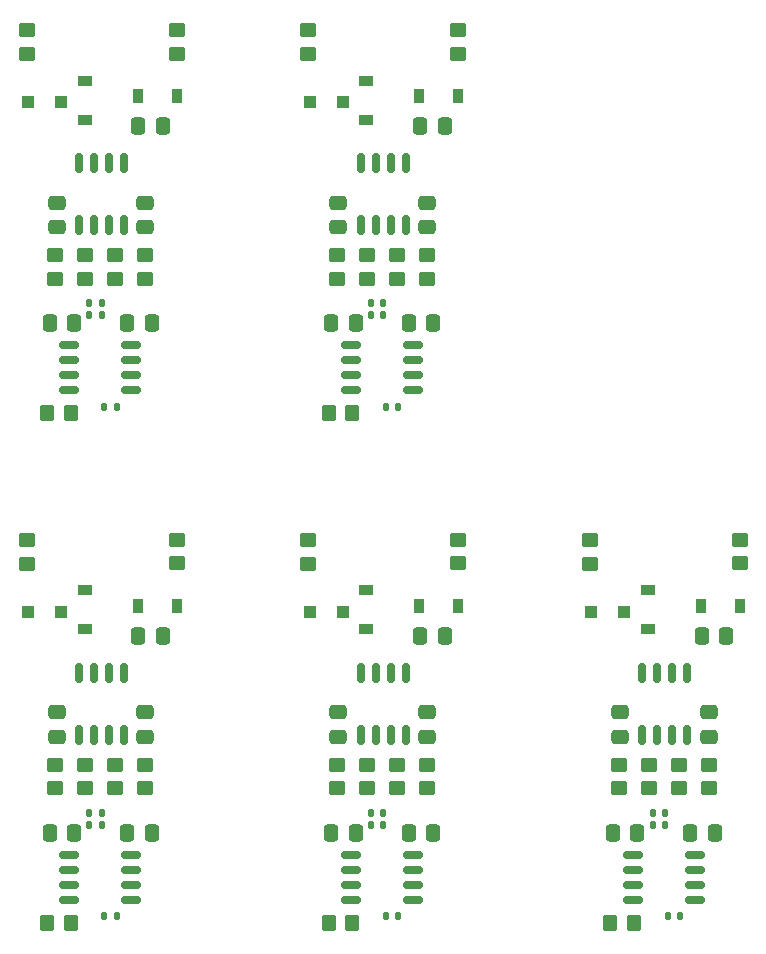
<source format=gbr>
%TF.GenerationSoftware,KiCad,Pcbnew,(6.0.8)*%
%TF.CreationDate,2023-03-28T10:40:47+02:00*%
%TF.ProjectId,Floppy Board v3.0,466c6f70-7079-4204-926f-617264207633,3.0*%
%TF.SameCoordinates,Original*%
%TF.FileFunction,Paste,Bot*%
%TF.FilePolarity,Positive*%
%FSLAX46Y46*%
G04 Gerber Fmt 4.6, Leading zero omitted, Abs format (unit mm)*
G04 Created by KiCad (PCBNEW (6.0.8)) date 2023-03-28 10:40:47*
%MOMM*%
%LPD*%
G01*
G04 APERTURE LIST*
G04 Aperture macros list*
%AMRoundRect*
0 Rectangle with rounded corners*
0 $1 Rounding radius*
0 $2 $3 $4 $5 $6 $7 $8 $9 X,Y pos of 4 corners*
0 Add a 4 corners polygon primitive as box body*
4,1,4,$2,$3,$4,$5,$6,$7,$8,$9,$2,$3,0*
0 Add four circle primitives for the rounded corners*
1,1,$1+$1,$2,$3*
1,1,$1+$1,$4,$5*
1,1,$1+$1,$6,$7*
1,1,$1+$1,$8,$9*
0 Add four rect primitives between the rounded corners*
20,1,$1+$1,$2,$3,$4,$5,0*
20,1,$1+$1,$4,$5,$6,$7,0*
20,1,$1+$1,$6,$7,$8,$9,0*
20,1,$1+$1,$8,$9,$2,$3,0*%
G04 Aperture macros list end*
%ADD10RoundRect,0.250000X0.450000X-0.350000X0.450000X0.350000X-0.450000X0.350000X-0.450000X-0.350000X0*%
%ADD11RoundRect,0.250000X0.337500X0.475000X-0.337500X0.475000X-0.337500X-0.475000X0.337500X-0.475000X0*%
%ADD12RoundRect,0.135000X0.135000X0.185000X-0.135000X0.185000X-0.135000X-0.185000X0.135000X-0.185000X0*%
%ADD13R,1.200000X0.900000*%
%ADD14RoundRect,0.250000X-0.337500X-0.475000X0.337500X-0.475000X0.337500X0.475000X-0.337500X0.475000X0*%
%ADD15RoundRect,0.250000X0.475000X-0.337500X0.475000X0.337500X-0.475000X0.337500X-0.475000X-0.337500X0*%
%ADD16RoundRect,0.135000X-0.135000X-0.185000X0.135000X-0.185000X0.135000X0.185000X-0.135000X0.185000X0*%
%ADD17RoundRect,0.250000X-0.450000X0.350000X-0.450000X-0.350000X0.450000X-0.350000X0.450000X0.350000X0*%
%ADD18R,0.900000X1.200000*%
%ADD19R,1.100000X1.100000*%
%ADD20RoundRect,0.150000X-0.150000X0.675000X-0.150000X-0.675000X0.150000X-0.675000X0.150000X0.675000X0*%
%ADD21RoundRect,0.250000X0.350000X0.450000X-0.350000X0.450000X-0.350000X-0.450000X0.350000X-0.450000X0*%
%ADD22RoundRect,0.150000X-0.675000X-0.150000X0.675000X-0.150000X0.675000X0.150000X-0.675000X0.150000X0*%
G04 APERTURE END LIST*
D10*
%TO.C,R38*%
X173672559Y-121085600D03*
X173672559Y-119085600D03*
%TD*%
D11*
%TO.C,C54*%
X167648859Y-124878200D03*
X165573859Y-124878200D03*
%TD*%
D12*
%TO.C,JP16*%
X169966159Y-123151000D03*
X168946159Y-123151000D03*
%TD*%
D13*
%TO.C,D42*%
X168541759Y-104330600D03*
X168541759Y-107630600D03*
%TD*%
D10*
%TO.C,R41*%
X163614159Y-102069000D03*
X163614159Y-100069000D03*
%TD*%
%TO.C,R37*%
X166052559Y-121085600D03*
X166052559Y-119085600D03*
%TD*%
D11*
%TO.C,C53*%
X174202059Y-124878200D03*
X172127059Y-124878200D03*
%TD*%
D14*
%TO.C,C56*%
X173092259Y-108165000D03*
X175167259Y-108165000D03*
%TD*%
D10*
%TO.C,R39*%
X171132559Y-121085600D03*
X171132559Y-119085600D03*
%TD*%
D15*
%TO.C,C59*%
X166154159Y-116720900D03*
X166154159Y-114645900D03*
%TD*%
D16*
%TO.C,JP18*%
X170216159Y-131939400D03*
X171236159Y-131939400D03*
%TD*%
D15*
%TO.C,C60*%
X173672559Y-116720900D03*
X173672559Y-114645900D03*
%TD*%
D17*
%TO.C,R42*%
X176314159Y-100037000D03*
X176314159Y-102037000D03*
%TD*%
D18*
%TO.C,D36*%
X173014159Y-105625000D03*
X176314159Y-105625000D03*
%TD*%
D19*
%TO.C,D39*%
X163738159Y-106133000D03*
X166538159Y-106133000D03*
%TD*%
D20*
%TO.C,U24*%
X168059159Y-111331200D03*
X169329159Y-111331200D03*
X170599159Y-111331200D03*
X171869159Y-111331200D03*
X171869159Y-116581200D03*
X170599159Y-116581200D03*
X169329159Y-116581200D03*
X168059159Y-116581200D03*
%TD*%
D21*
%TO.C,R36*%
X167357359Y-132498200D03*
X165357359Y-132498200D03*
%TD*%
D17*
%TO.C,R40*%
X168592559Y-119085600D03*
X168592559Y-121085600D03*
%TD*%
D12*
%TO.C,JP17*%
X169966159Y-124167000D03*
X168946159Y-124167000D03*
%TD*%
D22*
%TO.C,U22*%
X167237559Y-130542400D03*
X167237559Y-129272400D03*
X167237559Y-128002400D03*
X167237559Y-126732400D03*
X172487559Y-126732400D03*
X172487559Y-128002400D03*
X172487559Y-129272400D03*
X172487559Y-130542400D03*
%TD*%
D10*
%TO.C,R31*%
X149828559Y-121085600D03*
X149828559Y-119085600D03*
%TD*%
D11*
%TO.C,C44*%
X143804859Y-124878200D03*
X141729859Y-124878200D03*
%TD*%
D12*
%TO.C,JP13*%
X146122159Y-123151000D03*
X145102159Y-123151000D03*
%TD*%
D13*
%TO.C,D35*%
X144697759Y-104330600D03*
X144697759Y-107630600D03*
%TD*%
D10*
%TO.C,R34*%
X139770159Y-102069000D03*
X139770159Y-100069000D03*
%TD*%
%TO.C,R30*%
X142208559Y-121085600D03*
X142208559Y-119085600D03*
%TD*%
D11*
%TO.C,C43*%
X150358059Y-124878200D03*
X148283059Y-124878200D03*
%TD*%
D14*
%TO.C,C46*%
X149248259Y-108165000D03*
X151323259Y-108165000D03*
%TD*%
D10*
%TO.C,R32*%
X147288559Y-121085600D03*
X147288559Y-119085600D03*
%TD*%
D15*
%TO.C,C49*%
X142310159Y-116720900D03*
X142310159Y-114645900D03*
%TD*%
D16*
%TO.C,JP15*%
X146372159Y-131939400D03*
X147392159Y-131939400D03*
%TD*%
D15*
%TO.C,C50*%
X149828559Y-116720900D03*
X149828559Y-114645900D03*
%TD*%
D17*
%TO.C,R35*%
X152470159Y-100037000D03*
X152470159Y-102037000D03*
%TD*%
D18*
%TO.C,D29*%
X149170159Y-105625000D03*
X152470159Y-105625000D03*
%TD*%
D19*
%TO.C,D32*%
X139894159Y-106133000D03*
X142694159Y-106133000D03*
%TD*%
D20*
%TO.C,U20*%
X144215159Y-111331200D03*
X145485159Y-111331200D03*
X146755159Y-111331200D03*
X148025159Y-111331200D03*
X148025159Y-116581200D03*
X146755159Y-116581200D03*
X145485159Y-116581200D03*
X144215159Y-116581200D03*
%TD*%
D21*
%TO.C,R29*%
X143513359Y-132498200D03*
X141513359Y-132498200D03*
%TD*%
D17*
%TO.C,R33*%
X144748559Y-119085600D03*
X144748559Y-121085600D03*
%TD*%
D12*
%TO.C,JP14*%
X146122159Y-124167000D03*
X145102159Y-124167000D03*
%TD*%
D22*
%TO.C,U18*%
X143393559Y-130542400D03*
X143393559Y-129272400D03*
X143393559Y-128002400D03*
X143393559Y-126732400D03*
X148643559Y-126732400D03*
X148643559Y-128002400D03*
X148643559Y-129272400D03*
X148643559Y-130542400D03*
%TD*%
D10*
%TO.C,R24*%
X125984559Y-121085600D03*
X125984559Y-119085600D03*
%TD*%
D11*
%TO.C,C34*%
X119960859Y-124878200D03*
X117885859Y-124878200D03*
%TD*%
D12*
%TO.C,JP10*%
X122278159Y-123151000D03*
X121258159Y-123151000D03*
%TD*%
D13*
%TO.C,D28*%
X120853759Y-104330600D03*
X120853759Y-107630600D03*
%TD*%
D10*
%TO.C,R27*%
X115926159Y-102069000D03*
X115926159Y-100069000D03*
%TD*%
%TO.C,R23*%
X118364559Y-121085600D03*
X118364559Y-119085600D03*
%TD*%
D11*
%TO.C,C33*%
X126514059Y-124878200D03*
X124439059Y-124878200D03*
%TD*%
D14*
%TO.C,C36*%
X125404259Y-108165000D03*
X127479259Y-108165000D03*
%TD*%
D10*
%TO.C,R25*%
X123444559Y-121085600D03*
X123444559Y-119085600D03*
%TD*%
D15*
%TO.C,C39*%
X118466159Y-116720900D03*
X118466159Y-114645900D03*
%TD*%
D16*
%TO.C,JP12*%
X122528159Y-131939400D03*
X123548159Y-131939400D03*
%TD*%
D15*
%TO.C,C40*%
X125984559Y-116720900D03*
X125984559Y-114645900D03*
%TD*%
D17*
%TO.C,R28*%
X128626159Y-100037000D03*
X128626159Y-102037000D03*
%TD*%
D18*
%TO.C,D22*%
X125326159Y-105625000D03*
X128626159Y-105625000D03*
%TD*%
D19*
%TO.C,D25*%
X116050159Y-106133000D03*
X118850159Y-106133000D03*
%TD*%
D20*
%TO.C,U16*%
X120371159Y-111331200D03*
X121641159Y-111331200D03*
X122911159Y-111331200D03*
X124181159Y-111331200D03*
X124181159Y-116581200D03*
X122911159Y-116581200D03*
X121641159Y-116581200D03*
X120371159Y-116581200D03*
%TD*%
D21*
%TO.C,R22*%
X119669359Y-132498200D03*
X117669359Y-132498200D03*
%TD*%
D17*
%TO.C,R26*%
X120904559Y-119085600D03*
X120904559Y-121085600D03*
%TD*%
D12*
%TO.C,JP11*%
X122278159Y-124167000D03*
X121258159Y-124167000D03*
%TD*%
D22*
%TO.C,U14*%
X119549559Y-130542400D03*
X119549559Y-129272400D03*
X119549559Y-128002400D03*
X119549559Y-126732400D03*
X124799559Y-126732400D03*
X124799559Y-128002400D03*
X124799559Y-129272400D03*
X124799559Y-130542400D03*
%TD*%
D10*
%TO.C,R10*%
X149828559Y-77937600D03*
X149828559Y-75937600D03*
%TD*%
D11*
%TO.C,C14*%
X143804859Y-81730200D03*
X141729859Y-81730200D03*
%TD*%
D12*
%TO.C,JP4*%
X146122159Y-80003000D03*
X145102159Y-80003000D03*
%TD*%
D13*
%TO.C,D14*%
X144697759Y-61182600D03*
X144697759Y-64482600D03*
%TD*%
D10*
%TO.C,R13*%
X139770159Y-58921000D03*
X139770159Y-56921000D03*
%TD*%
%TO.C,R9*%
X142208559Y-77937600D03*
X142208559Y-75937600D03*
%TD*%
D11*
%TO.C,C13*%
X150358059Y-81730200D03*
X148283059Y-81730200D03*
%TD*%
D14*
%TO.C,C16*%
X149248259Y-65017000D03*
X151323259Y-65017000D03*
%TD*%
D10*
%TO.C,R11*%
X147288559Y-77937600D03*
X147288559Y-75937600D03*
%TD*%
D15*
%TO.C,C19*%
X142310159Y-73572900D03*
X142310159Y-71497900D03*
%TD*%
D16*
%TO.C,JP6*%
X146372159Y-88791400D03*
X147392159Y-88791400D03*
%TD*%
D15*
%TO.C,C20*%
X149828559Y-73572900D03*
X149828559Y-71497900D03*
%TD*%
D17*
%TO.C,R14*%
X152470159Y-56889000D03*
X152470159Y-58889000D03*
%TD*%
D18*
%TO.C,D8*%
X149170159Y-62477000D03*
X152470159Y-62477000D03*
%TD*%
D19*
%TO.C,D11*%
X139894159Y-62985000D03*
X142694159Y-62985000D03*
%TD*%
D20*
%TO.C,U8*%
X144215159Y-68183200D03*
X145485159Y-68183200D03*
X146755159Y-68183200D03*
X148025159Y-68183200D03*
X148025159Y-73433200D03*
X146755159Y-73433200D03*
X145485159Y-73433200D03*
X144215159Y-73433200D03*
%TD*%
D21*
%TO.C,R8*%
X143513359Y-89350200D03*
X141513359Y-89350200D03*
%TD*%
D17*
%TO.C,R12*%
X144748559Y-75937600D03*
X144748559Y-77937600D03*
%TD*%
D12*
%TO.C,JP5*%
X146122159Y-81019000D03*
X145102159Y-81019000D03*
%TD*%
D22*
%TO.C,U6*%
X143393559Y-87394400D03*
X143393559Y-86124400D03*
X143393559Y-84854400D03*
X143393559Y-83584400D03*
X148643559Y-83584400D03*
X148643559Y-84854400D03*
X148643559Y-86124400D03*
X148643559Y-87394400D03*
%TD*%
D19*
%TO.C,D4*%
X116050159Y-62985000D03*
X118850159Y-62985000D03*
%TD*%
D12*
%TO.C,JP2*%
X122278159Y-81019000D03*
X121258159Y-81019000D03*
%TD*%
D16*
%TO.C,JP3*%
X122528159Y-88791400D03*
X123548159Y-88791400D03*
%TD*%
D17*
%TO.C,R7*%
X128626159Y-56889000D03*
X128626159Y-58889000D03*
%TD*%
D18*
%TO.C,D1*%
X125326159Y-62477000D03*
X128626159Y-62477000D03*
%TD*%
D15*
%TO.C,C10*%
X125984559Y-73572900D03*
X125984559Y-71497900D03*
%TD*%
%TO.C,C9*%
X118466159Y-73572900D03*
X118466159Y-71497900D03*
%TD*%
D22*
%TO.C,U2*%
X119549559Y-87394400D03*
X119549559Y-86124400D03*
X119549559Y-84854400D03*
X119549559Y-83584400D03*
X124799559Y-83584400D03*
X124799559Y-84854400D03*
X124799559Y-86124400D03*
X124799559Y-87394400D03*
%TD*%
D17*
%TO.C,R5*%
X120904559Y-75937600D03*
X120904559Y-77937600D03*
%TD*%
D21*
%TO.C,R1*%
X119669359Y-89350200D03*
X117669359Y-89350200D03*
%TD*%
D20*
%TO.C,U4*%
X120371159Y-68183200D03*
X121641159Y-68183200D03*
X122911159Y-68183200D03*
X124181159Y-68183200D03*
X124181159Y-73433200D03*
X122911159Y-73433200D03*
X121641159Y-73433200D03*
X120371159Y-73433200D03*
%TD*%
D11*
%TO.C,C3*%
X126514059Y-81730200D03*
X124439059Y-81730200D03*
%TD*%
D10*
%TO.C,R6*%
X115926159Y-58921000D03*
X115926159Y-56921000D03*
%TD*%
D14*
%TO.C,C6*%
X125404259Y-65017000D03*
X127479259Y-65017000D03*
%TD*%
D10*
%TO.C,R2*%
X118364559Y-77937600D03*
X118364559Y-75937600D03*
%TD*%
%TO.C,R4*%
X123444559Y-77937600D03*
X123444559Y-75937600D03*
%TD*%
D13*
%TO.C,D7*%
X120853759Y-61182600D03*
X120853759Y-64482600D03*
%TD*%
D12*
%TO.C,JP1*%
X122278159Y-80003000D03*
X121258159Y-80003000D03*
%TD*%
D11*
%TO.C,C4*%
X119960859Y-81730200D03*
X117885859Y-81730200D03*
%TD*%
D10*
%TO.C,R3*%
X125984559Y-77937600D03*
X125984559Y-75937600D03*
%TD*%
M02*

</source>
